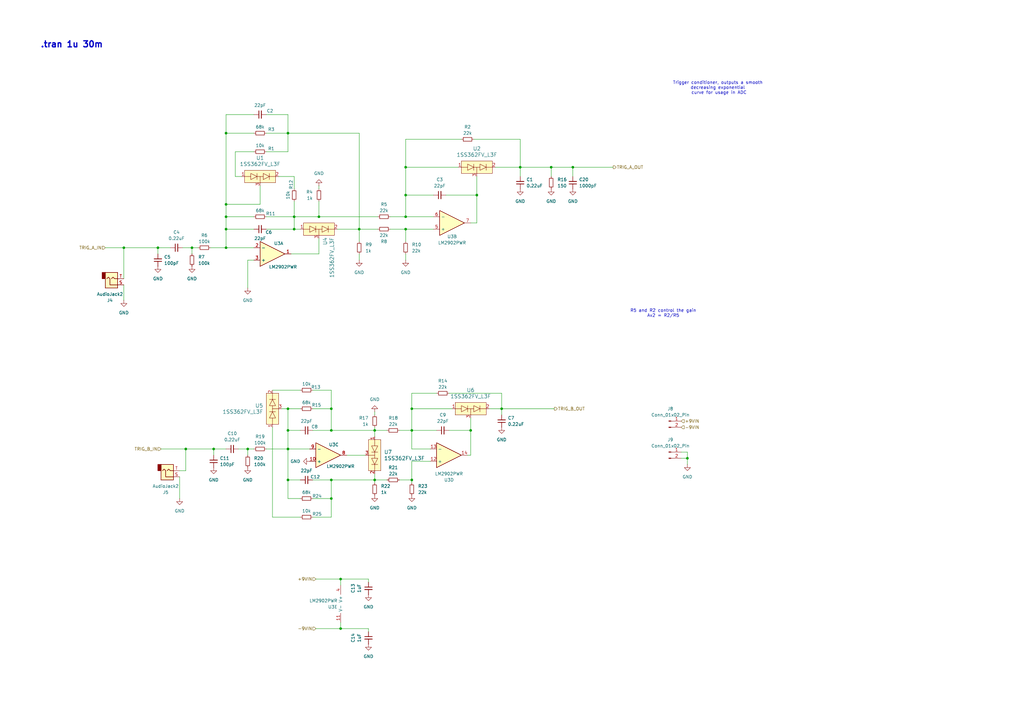
<source format=kicad_sch>
(kicad_sch (version 20250114) (generator "eeschema") (generator_version "9.0")
  (paper "A3")
  (lib_symbols
    (symbol "Connector:Conn_01x02_Pin" (pin_names (offset 1.016) (hide yes))
      (property "Reference" "J" (at 0 2.54 0))
      (property "Value" "Conn_01x02_Pin" (at 0 -5.08 0))
      (symbol "Conn_01x02_Pin_1_1"
        (rectangle (start 0.8636 0.127) (end 0 -0.127) (stroke (width 0.1524)) (fill (type outline)))
        (rectangle (start 0.8636 -2.413) (end 0 -2.667) (stroke (width 0.1524)) (fill (type outline)))
        (polyline (pts (xy 1.27 0) (xy 0.8636 0)) (stroke (width 0.1524)))
        (polyline (pts (xy 1.27 -2.54) (xy 0.8636 -2.54)) (stroke (width 0.1524)))
        (pin passive line (at 5.08 0 180) (length 3.81) (name "Pin_1") (number "1"))
        (pin passive line (at 5.08 -2.54 180) (length 3.81) (name "Pin_2") (number "2"))
      )
    )
    (symbol "Connector_Audio:AudioJack2"
      (property "Reference" "J" (at 0 8.89 0))
      (property "Value" "AudioJack2" (at 0 6.35 0))
      (symbol "AudioJack2_0_1"
        (rectangle (start -3.81 0) (end -2.54 -2.54) (stroke (width 0.254)) (fill (type outline)))
        (rectangle (start -2.54 3.81) (end 2.54 -2.54) (stroke (width 0.254)) (fill (type background)))
        (polyline (pts (xy 0 0) (xy 0.635 -0.635) (xy 1.27 0) (xy 2.54 0)) (stroke (width 0.254)))
        (polyline (pts (xy 2.54 2.54) (xy -0.635 2.54) (xy -0.635 0) (xy -1.27 -0.635) (xy -1.905 0)) (stroke (width 0.254)))
      )
      (symbol "AudioJack2_1_1"
        (pin passive line (at 5.08 2.54 180) (length 2.54) (name "~") (number "S"))
        (pin passive line (at 5.08 0 180) (length 2.54) (name "~") (number "T"))
      )
    )
    (symbol "DIODE_SET_1SS362FV:1SS362FV_L3F" (pin_names (offset 0.254))
      (property "Reference" "U" (at 2.032 4.064 0))
      (property "Value" "1SS362FV_L3F" (at 0 0 0))
      (symbol "1SS362FV_L3F_1_1"
        (rectangle (start -6.35 2.54) (end 6.35 -2.54) (fill (type background)))
        (polyline (pts (xy -3.81 0) (xy -6.35 0)))
        (polyline (pts (xy -1.27 1.27) (xy -1.27 -1.27)))
        (polyline (pts (xy -1.27 0) (xy 1.27 0)))
        (polyline (pts (xy -1.27 0) (xy -3.81 1.27) (xy -3.81 -1.27) (xy -1.27 0)))
        (polyline (pts (xy 0 0) (xy 0 2.54)))
        (polyline (pts (xy 3.81 1.27) (xy 3.81 -1.27)))
        (polyline (pts (xy 3.81 0) (xy 6.35 0)))
        (polyline (pts (xy 3.81 0) (xy 1.27 1.27) (xy 1.27 -1.27) (xy 3.81 0)))
        (pin input line (at -7.62 0 0) (length 1.27) (name "") (number "1"))
        (pin bidirectional line (at 0 3.81 270) (length 1.27) (name "") (number "3"))
        (pin output line (at 7.62 0 180) (length 1.27) (name "") (number "2"))
      )
    )
    (symbol "Device:C_Small" (pin_numbers (hide yes)) (pin_names (offset 0.254) (hide yes))
      (property "Reference" "C" (at 0.254 1.778 0))
      (property "Value" "C_Small" (at 0.254 -2.032 0))
      (symbol "C_Small_0_1"
        (polyline (pts (xy -1.524 0.508) (xy 1.524 0.508)) (stroke (width 0.3048)))
        (polyline (pts (xy -1.524 -0.508) (xy 1.524 -0.508)) (stroke (width 0.3302)))
      )
      (symbol "C_Small_1_1"
        (pin passive line (at 0 2.54 270) (length 2.032) (name "~") (number "1"))
        (pin passive line (at 0 -2.54 90) (length 2.032) (name "~") (number "2"))
      )
    )
    (symbol "Device:Opamp_Quad"
      (property "Reference" "U" (at 0 5.08 0))
      (property "Value" "Opamp_Quad" (at 0 -5.08 0))
      (symbol "Opamp_Quad_1_1"
        (polyline (pts (xy -5.08 5.08) (xy 5.08 0) (xy -5.08 -5.08) (xy -5.08 5.08)) (stroke (width 0.254)) (fill (type background)))
        (pin input line (at -7.62 2.54 0) (length 2.54) (name "+") (number "3"))
        (pin input line (at -7.62 -2.54 0) (length 2.54) (name "-") (number "2"))
        (pin output line (at 7.62 0 180) (length 2.54) (name "~") (number "1"))
      )
      (symbol "Opamp_Quad_2_1"
        (polyline (pts (xy -5.08 5.08) (xy 5.08 0) (xy -5.08 -5.08) (xy -5.08 5.08)) (stroke (width 0.254)) (fill (type background)))
        (pin input line (at -7.62 2.54 0) (length 2.54) (name "+") (number "5"))
        (pin input line (at -7.62 -2.54 0) (length 2.54) (name "-") (number "6"))
        (pin output line (at 7.62 0 180) (length 2.54) (name "~") (number "7"))
      )
      (symbol "Opamp_Quad_3_1"
        (polyline (pts (xy -5.08 5.08) (xy 5.08 0) (xy -5.08 -5.08) (xy -5.08 5.08)) (stroke (width 0.254)) (fill (type background)))
        (pin input line (at -7.62 2.54 0) (length 2.54) (name "+") (number "10"))
        (pin input line (at -7.62 -2.54 0) (length 2.54) (name "-") (number "9"))
        (pin output line (at 7.62 0 180) (length 2.54) (name "~") (number "8"))
      )
      (symbol "Opamp_Quad_4_1"
        (polyline (pts (xy -5.08 5.08) (xy 5.08 0) (xy -5.08 -5.08) (xy -5.08 5.08)) (stroke (width 0.254)) (fill (type background)))
        (pin input line (at -7.62 2.54 0) (length 2.54) (name "+") (number "12"))
        (pin input line (at -7.62 -2.54 0) (length 2.54) (name "-") (number "13"))
        (pin output line (at 7.62 0 180) (length 2.54) (name "~") (number "14"))
      )
      (symbol "Opamp_Quad_5_1"
        (pin power_in line (at -2.54 7.62 270) (length 3.81) (name "V+") (number "4"))
        (pin power_in line (at -2.54 -7.62 90) (length 3.81) (name "V-") (number "11"))
      )
    )
    (symbol "Device:R_Small" (pin_numbers (hide yes)) (pin_names (offset 0.254) (hide yes))
      (property "Reference" "R" (at 0.762 0.508 0))
      (property "Value" "R_Small" (at 0.762 -1.016 0))
      (symbol "R_Small_0_1"
        (rectangle (start -0.762 1.778) (end 0.762 -1.778) (stroke (width 0.2032)))
      )
      (symbol "R_Small_1_1"
        (pin passive line (at 0 2.54 270) (length 0.762) (name "~") (number "1"))
        (pin passive line (at 0 -2.54 90) (length 0.762) (name "~") (number "2"))
      )
    )
    (symbol "power:GND" (power) (pin_numbers (hide yes)) (pin_names (offset 0) (hide yes))
      (property "Value" "GND" (at 0 -3.81 0))
      (symbol "GND_0_1"
        (polyline (pts (xy 0 0) (xy 0 -1.27) (xy 1.27 -1.27) (xy 0 -2.54) (xy -1.27 -1.27) (xy 0 -1.27)))
      )
      (symbol "GND_1_1"
        (pin power_in line (at 0 0 270) (length 0) (name "~") (number "1"))
      )
    )
  )
  (text "R5 and R2 control the gain\nAv2 = R2/R5" (at 272.034 128.524 0) (effects (font (size 1.27 1.27))))
  (text "Trigger conditioner, outputs a smooth \ndecreasing exponential \ncurve for usage in ADC" (at 294.894 36.068 0) (effects (font (size 1.27 1.27))))
  (text ".tran 1u 30m" (at 16.51 19.812 0) (effects (font (size 2.5 2.5) (thickness 0.5) (bold yes)) (justify left bottom)))
  (junction (at 226.06 68.58))
  (junction (at 166.37 93.98))
  (junction (at 135.89 196.85))
  (junction (at 166.37 80.01))
  (junction (at 101.6 184.15))
  (junction (at 135.89 204.47))
  (junction (at 92.71 101.6))
  (junction (at 118.11 184.15))
  (junction (at 213.36 68.58))
  (junction (at 168.91 176.53))
  (junction (at 120.65 88.9))
  (junction (at 118.11 176.53))
  (junction (at 153.67 176.53))
  (junction (at 87.63 184.15))
  (junction (at 118.11 54.61))
  (junction (at 281.94 187.96))
  (junction (at 135.89 167.64))
  (junction (at 205.74 167.64))
  (junction (at 168.91 167.64))
  (junction (at 139.7 257.81))
  (junction (at 78.74 101.6))
  (junction (at 166.37 68.58))
  (junction (at 92.71 83.82))
  (junction (at 193.04 176.53))
  (junction (at 153.67 196.85))
  (junction (at 50.8 101.6))
  (junction (at 118.11 167.64))
  (junction (at 195.58 80.01))
  (junction (at 64.77 101.6))
  (junction (at 120.65 93.98))
  (junction (at 147.32 93.98))
  (junction (at 139.7 237.49))
  (junction (at 92.71 93.98))
  (junction (at 118.11 196.85))
  (junction (at 135.89 176.53))
  (junction (at 168.91 196.85))
  (junction (at 130.81 88.9))
  (junction (at 234.95 68.58))
  (junction (at 92.71 88.9))
  (junction (at 166.37 88.9))
  (junction (at 92.71 54.61))
  (junction (at 76.2 184.15))
  (wire (pts (xy 139.7 257.81) (xy 151.13 257.81)))
  (wire (pts (xy 50.8 101.6) (xy 50.8 114.3)))
  (wire (pts (xy 43.18 101.6) (xy 50.8 101.6)))
  (wire (pts (xy 166.37 106.68) (xy 166.37 104.14)))
  (wire (pts (xy 128.27 204.47) (xy 135.89 204.47)))
  (wire (pts (xy 189.23 57.15) (xy 166.37 57.15)))
  (wire (pts (xy 166.37 93.98) (xy 166.37 99.06)))
  (wire (pts (xy 118.11 204.47) (xy 123.19 204.47)))
  (wire (pts (xy 118.11 176.53) (xy 118.11 167.64)))
  (wire (pts (xy 151.13 259.08) (xy 151.13 257.81)))
  (wire (pts (xy 92.71 101.6) (xy 104.14 101.6)))
  (wire (pts (xy 92.71 46.99) (xy 92.71 54.61)))
  (wire (pts (xy 111.76 212.09) (xy 111.76 175.26)))
  (wire (pts (xy 153.67 196.85) (xy 158.75 196.85)))
  (wire (pts (xy 123.19 212.09) (xy 111.76 212.09)))
  (wire (pts (xy 168.91 161.29) (xy 168.91 167.64)))
  (wire (pts (xy 205.74 167.64) (xy 227.33 167.64)))
  (wire (pts (xy 138.43 93.98) (xy 147.32 93.98)))
  (wire (pts (xy 73.66 193.04) (xy 76.2 193.04)))
  (wire (pts (xy 135.89 196.85) (xy 128.27 196.85)))
  (wire (pts (xy 101.6 184.15) (xy 104.14 184.15)))
  (wire (pts (xy 153.67 175.26) (xy 153.67 176.53)))
  (wire (pts (xy 92.71 93.98) (xy 92.71 101.6)))
  (wire (pts (xy 153.67 194.31) (xy 153.67 196.85)))
  (wire (pts (xy 104.14 93.98) (xy 92.71 93.98)))
  (wire (pts (xy 151.13 237.49) (xy 151.13 238.76)))
  (wire (pts (xy 87.63 186.69) (xy 87.63 184.15)))
  (wire (pts (xy 193.04 186.69) (xy 191.77 186.69)))
  (wire (pts (xy 168.91 176.53) (xy 179.07 176.53)))
  (wire (pts (xy 128.27 160.02) (xy 135.89 160.02)))
  (wire (pts (xy 195.58 80.01) (xy 195.58 91.44)))
  (wire (pts (xy 104.14 62.23) (xy 96.52 62.23)))
  (wire (pts (xy 118.11 176.53) (xy 118.11 184.15)))
  (wire (pts (xy 104.14 88.9) (xy 92.71 88.9)))
  (wire (pts (xy 281.94 185.42) (xy 281.94 187.96)))
  (wire (pts (xy 106.68 83.82) (xy 92.71 83.82)))
  (wire (pts (xy 234.95 68.58) (xy 251.46 68.58)))
  (wire (pts (xy 168.91 176.53) (xy 168.91 184.15)))
  (wire (pts (xy 153.67 196.85) (xy 135.89 196.85)))
  (wire (pts (xy 279.4 187.96) (xy 281.94 187.96)))
  (wire (pts (xy 135.89 176.53) (xy 153.67 176.53)))
  (wire (pts (xy 129.54 237.49) (xy 139.7 237.49)))
  (wire (pts (xy 64.77 101.6) (xy 69.85 101.6)))
  (wire (pts (xy 118.11 54.61) (xy 147.32 54.61)))
  (wire (pts (xy 50.8 101.6) (xy 64.77 101.6)))
  (wire (pts (xy 109.22 184.15) (xy 118.11 184.15)))
  (wire (pts (xy 115.57 167.64) (xy 118.11 167.64)))
  (wire (pts (xy 109.22 62.23) (xy 118.11 62.23)))
  (wire (pts (xy 135.89 176.53) (xy 135.89 167.64)))
  (wire (pts (xy 147.32 106.68) (xy 147.32 104.14)))
  (wire (pts (xy 86.36 101.6) (xy 92.71 101.6)))
  (wire (pts (xy 120.65 93.98) (xy 123.19 93.98)))
  (wire (pts (xy 104.14 46.99) (xy 92.71 46.99)))
  (wire (pts (xy 226.06 68.58) (xy 226.06 72.39)))
  (wire (pts (xy 205.74 161.29) (xy 205.74 167.64)))
  (wire (pts (xy 118.11 62.23) (xy 118.11 54.61)))
  (wire (pts (xy 66.04 184.15) (xy 76.2 184.15)))
  (wire (pts (xy 130.81 82.55) (xy 130.81 88.9)))
  (wire (pts (xy 166.37 80.01) (xy 166.37 88.9)))
  (wire (pts (xy 195.58 72.39) (xy 195.58 80.01)))
  (wire (pts (xy 177.8 80.01) (xy 166.37 80.01)))
  (wire (pts (xy 87.63 184.15) (xy 92.71 184.15)))
  (wire (pts (xy 109.22 88.9) (xy 120.65 88.9)))
  (wire (pts (xy 92.71 83.82) (xy 92.71 88.9)))
  (wire (pts (xy 194.31 57.15) (xy 213.36 57.15)))
  (wire (pts (xy 130.81 88.9) (xy 154.94 88.9)))
  (wire (pts (xy 92.71 54.61) (xy 92.71 83.82)))
  (wire (pts (xy 101.6 184.15) (xy 101.6 186.69)))
  (wire (pts (xy 118.11 176.53) (xy 123.19 176.53)))
  (wire (pts (xy 50.8 116.84) (xy 50.8 123.19)))
  (wire (pts (xy 182.88 80.01) (xy 195.58 80.01)))
  (wire (pts (xy 118.11 54.61) (xy 118.11 46.99)))
  (wire (pts (xy 130.81 76.2) (xy 130.81 77.47)))
  (wire (pts (xy 104.14 54.61) (xy 92.71 54.61)))
  (wire (pts (xy 73.66 195.58) (xy 73.66 204.47)))
  (wire (pts (xy 135.89 204.47) (xy 135.89 196.85)))
  (wire (pts (xy 205.74 170.18) (xy 205.74 167.64)))
  (wire (pts (xy 234.95 68.58) (xy 234.95 72.39)))
  (wire (pts (xy 279.4 185.42) (xy 281.94 185.42)))
  (wire (pts (xy 187.96 68.58) (xy 166.37 68.58)))
  (wire (pts (xy 168.91 184.15) (xy 176.53 184.15)))
  (wire (pts (xy 160.02 88.9) (xy 166.37 88.9)))
  (wire (pts (xy 109.22 54.61) (xy 118.11 54.61)))
  (wire (pts (xy 120.65 72.39) (xy 120.65 77.47)))
  (wire (pts (xy 118.11 184.15) (xy 118.11 196.85)))
  (wire (pts (xy 153.67 176.53) (xy 158.75 176.53)))
  (wire (pts (xy 226.06 68.58) (xy 234.95 68.58)))
  (wire (pts (xy 193.04 171.45) (xy 193.04 176.53)))
  (wire (pts (xy 109.22 93.98) (xy 120.65 93.98)))
  (wire (pts (xy 153.67 198.12) (xy 153.67 196.85)))
  (wire (pts (xy 130.81 88.9) (xy 120.65 88.9)))
  (wire (pts (xy 92.71 88.9) (xy 92.71 93.98)))
  (wire (pts (xy 118.11 196.85) (xy 118.11 204.47)))
  (wire (pts (xy 160.02 93.98) (xy 166.37 93.98)))
  (wire (pts (xy 106.68 76.2) (xy 106.68 83.82)))
  (wire (pts (xy 184.15 176.53) (xy 193.04 176.53)))
  (wire (pts (xy 213.36 68.58) (xy 226.06 68.58)))
  (wire (pts (xy 147.32 54.61) (xy 147.32 93.98)))
  (wire (pts (xy 101.6 106.68) (xy 104.14 106.68)))
  (wire (pts (xy 179.07 161.29) (xy 168.91 161.29)))
  (wire (pts (xy 118.11 46.99) (xy 109.22 46.99)))
  (wire (pts (xy 78.74 101.6) (xy 78.74 104.14)))
  (wire (pts (xy 118.11 184.15) (xy 127 184.15)))
  (wire (pts (xy 193.04 176.53) (xy 193.04 186.69)))
  (wire (pts (xy 185.42 167.64) (xy 168.91 167.64)))
  (wire (pts (xy 76.2 184.15) (xy 87.63 184.15)))
  (wire (pts (xy 205.74 167.64) (xy 200.66 167.64)))
  (wire (pts (xy 96.52 72.39) (xy 99.06 72.39)))
  (wire (pts (xy 166.37 93.98) (xy 177.8 93.98)))
  (wire (pts (xy 166.37 88.9) (xy 177.8 88.9)))
  (wire (pts (xy 130.81 104.14) (xy 130.81 97.79)))
  (wire (pts (xy 97.79 184.15) (xy 101.6 184.15)))
  (wire (pts (xy 74.93 101.6) (xy 78.74 101.6)))
  (wire (pts (xy 147.32 93.98) (xy 154.94 93.98)))
  (wire (pts (xy 142.24 186.69) (xy 149.86 186.69)))
  (wire (pts (xy 118.11 196.85) (xy 123.19 196.85)))
  (wire (pts (xy 163.83 176.53) (xy 168.91 176.53)))
  (wire (pts (xy 166.37 57.15) (xy 166.37 68.58)))
  (wire (pts (xy 120.65 82.55) (xy 120.65 88.9)))
  (wire (pts (xy 213.36 68.58) (xy 213.36 72.39)))
  (wire (pts (xy 153.67 176.53) (xy 153.67 179.07)))
  (wire (pts (xy 64.77 101.6) (xy 64.77 104.14)))
  (wire (pts (xy 76.2 193.04) (xy 76.2 184.15)))
  (wire (pts (xy 203.2 68.58) (xy 213.36 68.58)))
  (wire (pts (xy 139.7 255.27) (xy 139.7 257.81)))
  (wire (pts (xy 101.6 118.11) (xy 101.6 106.68)))
  (wire (pts (xy 168.91 198.12) (xy 168.91 196.85)))
  (wire (pts (xy 168.91 189.23) (xy 176.53 189.23)))
  (wire (pts (xy 119.38 104.14) (xy 130.81 104.14)))
  (wire (pts (xy 96.52 62.23) (xy 96.52 72.39)))
  (wire (pts (xy 139.7 237.49) (xy 151.13 237.49)))
  (wire (pts (xy 114.3 72.39) (xy 120.65 72.39)))
  (wire (pts (xy 281.94 187.96) (xy 281.94 190.5)))
  (wire (pts (xy 166.37 68.58) (xy 166.37 80.01)))
  (wire (pts (xy 128.27 212.09) (xy 135.89 212.09)))
  (wire (pts (xy 184.15 161.29) (xy 205.74 161.29)))
  (wire (pts (xy 135.89 160.02) (xy 135.89 167.64)))
  (wire (pts (xy 118.11 167.64) (xy 123.19 167.64)))
  (wire (pts (xy 129.54 257.81) (xy 139.7 257.81)))
  (wire (pts (xy 135.89 167.64) (xy 128.27 167.64)))
  (wire (pts (xy 147.32 93.98) (xy 147.32 99.06)))
  (wire (pts (xy 135.89 212.09) (xy 135.89 204.47)))
  (wire (pts (xy 139.7 237.49) (xy 139.7 240.03)))
  (wire (pts (xy 193.04 91.44) (xy 195.58 91.44)))
  (wire (pts (xy 168.91 167.64) (xy 168.91 176.53)))
  (wire (pts (xy 120.65 88.9) (xy 120.65 93.98)))
  (wire (pts (xy 213.36 57.15) (xy 213.36 68.58)))
  (wire (pts (xy 153.67 170.18) (xy 153.67 168.91)))
  (wire (pts (xy 111.76 160.02) (xy 123.19 160.02)))
  (wire (pts (xy 168.91 196.85) (xy 168.91 189.23)))
  (wire (pts (xy 78.74 101.6) (xy 81.28 101.6)))
  (wire (pts (xy 163.83 196.85) (xy 168.91 196.85)))
  (wire (pts (xy 128.27 176.53) (xy 135.89 176.53)))
  (hierarchical_label "TRIG_B_OUT" (shape output) (at 227.33 167.64 0))
  (hierarchical_label "TRIG_A_IN" (shape input) (at 43.18 101.6 180))
  (hierarchical_label "+9VIN" (shape input) (at 129.54 237.49 180))
  (hierarchical_label "+9VIN" (shape input) (at 279.4 172.72 0))
  (hierarchical_label "TRIG_A_OUT" (shape output) (at 251.46 68.58 0))
  (hierarchical_label "-9VIN" (shape input) (at 279.4 175.26 0))
  (hierarchical_label "TRIG_B_IN" (shape input) (at 66.04 184.15 180))
  (hierarchical_label "-9VIN" (shape input) (at 129.54 257.81 180))
  (symbol (lib_id "power:GND") (at 147.32 106.68 0) (unit 1)
    (property "Reference" "#PWR020" (effects (hide yes)))
    (property "Value" "GND" (at 147.32 111.76 0))
    (property "Description" "Power symbol creates a global label with name \"GND\" , ground" (effects (hide yes)))
  )
  (symbol (lib_id "Device:R_Small") (at 106.68 88.9 270) (unit 1)
    (property "Reference" "R11" (at 110.998 87.63 90))
    (property "Value" "68k" (at 106.68 86.36 90))
    (property "Footprint" "Resistor_SMD:R_0402_1005Metric" (effects (hide yes)))
    (property "Description" "Resistor, small symbol" (effects (hide yes)))
    (property "Board" "Trigger Board" (effects (hide yes)))
  )
  (symbol (lib_id "power:GND") (at 101.6 191.77 0) (unit 1)
    (property "Reference" "#PWR027" (effects (hide yes)))
    (property "Value" "GND" (at 101.6 196.85 0))
    (property "Description" "Power symbol creates a global label with name \"GND\" , ground" (effects (hide yes)))
  )
  (symbol (lib_id "Device:R_Small") (at 130.81 80.01 0) (mirror y) (unit 1)
    (property "Reference" "R4" (at 128.27 78.7399 0) (effects (justify left)))
    (property "Value" "1k" (at 128.27 81.2799 0) (effects (justify left)))
    (property "Footprint" "Resistor_SMD:R_0402_1005Metric" (effects (hide yes)))
    (property "Description" "Resistor, small symbol" (effects (hide yes)))
    (property "Board" "Trigger Board" (effects (hide yes)))
  )
  (symbol (lib_id "DIODE_SET_1SS362FV:1SS362FV_L3F") (at 106.68 72.39 0) (mirror x) (unit 1)
    (property "Reference" "U1" (at 106.68 64.77 0) (effects (font (size 1.524 1.524))))
    (property "Value" "1SS362FV_L3F" (at 106.68 67.31 0) (effects (font (size 1.524 1.524))))
    (property "Footprint" "mod:DIODE_1SS362FV" (effects (hide yes)))
    (property "Datasheet" "1SS362FV_L3F" (effects (hide yes)))
    (property "Sim.Library" "SPICE_Models\\1SS362FV.lib" (effects (hide yes)))
    (property "Sim.Name" "1SS362FV" (effects (hide yes)))
    (property "Sim.Device" "SUBCKT" (effects (hide yes)))
    (property "Sim.Pins" "1=1 2=2 3=3" (effects (hide yes)))
    (property "Board" "Trigger Board" (effects (hide yes)))
    (property "MANUFACTURER" "Toshiba Semiconductor" (effects (hide yes)))
  )
  (symbol (lib_id "power:GND") (at 153.67 203.2 0) (unit 1)
    (property "Reference" "#PWR028" (effects (hide yes)))
    (property "Value" "GND" (at 153.67 208.28 0))
    (property "Description" "Power symbol creates a global label with name \"GND\" , ground" (effects (hide yes)))
  )
  (symbol (lib_id "power:GND") (at 78.74 109.22 0) (unit 1)
    (property "Reference" "#PWR019" (effects (hide yes)))
    (property "Value" "GND" (at 78.74 114.3 0))
    (property "Description" "Power symbol creates a global label with name \"GND\" , ground" (effects (hide yes)))
  )
  (symbol (lib_id "Device:C_Small") (at 151.13 241.3 0) (mirror y) (unit 1)
    (property "Reference" "C13" (at 144.78 241.3063 90))
    (property "Value" "1uF" (at 147.32 241.3063 90))
    (property "Footprint" "Capacitor_SMD:C_0603_1608Metric" (effects (hide yes)))
    (property "Description" "Unpolarized capacitor, small symbol" (effects (hide yes)))
    (property "Board" "Trigger Board" (effects (hide yes)))
  )
  (symbol (lib_id "Device:R_Small") (at 106.68 54.61 270) (unit 1)
    (property "Reference" "R3" (at 111.252 53.086 90))
    (property "Value" "68k" (at 106.68 52.07 90))
    (property "Footprint" "Resistor_SMD:R_0402_1005Metric" (effects (hide yes)))
    (property "Description" "Resistor, small symbol" (effects (hide yes)))
    (property "Board" "Trigger Board" (effects (hide yes)))
  )
  (symbol (lib_id "DIODE_SET_1SS362FV:1SS362FV_L3F") (at 153.67 186.69 90) (mirror x) (unit 1)
    (property "Reference" "U7" (at 157.48 185.4199 90) (effects (font (size 1.524 1.524)) (justify right)))
    (property "Value" "1SS362FV_L3F" (at 157.48 187.9599 90) (effects (font (size 1.524 1.524)) (justify right)))
    (property "Footprint" "mod:DIODE_1SS362FV" (effects (hide yes)))
    (property "Datasheet" "1SS362FV_L3F" (effects (hide yes)))
    (property "Sim.Library" "SPICE_Models\\1SS362FV.lib" (effects (hide yes)))
    (property "Sim.Name" "1SS362FV" (effects (hide yes)))
    (property "Sim.Device" "SUBCKT" (effects (hide yes)))
    (property "Sim.Pins" "1=1 2=2 3=3" (effects (hide yes)))
    (property "Board" "Trigger Board" (effects (hide yes)))
    (property "MANUFACTURER" "Toshiba Semiconductor" (effects (hide yes)))
  )
  (symbol (lib_id "Device:R_Small") (at 168.91 200.66 180) (unit 1)
    (property "Reference" "R23" (at 171.45 199.3899 0) (effects (justify right)))
    (property "Value" "22k" (at 171.45 201.9299 0) (effects (justify right)))
    (property "Footprint" "Resistor_SMD:R_0402_1005Metric" (effects (hide yes)))
    (property "Description" "Resistor, small symbol" (effects (hide yes)))
    (property "Board" "Trigger Board" (effects (hide yes)))
  )
  (symbol (lib_id "Connector_Audio:AudioJack2") (at 68.58 193.04 0) (mirror x) (unit 1)
    (property "Reference" "J5" (at 67.945 201.93 0))
    (property "Value" "AudioJack2" (at 67.945 199.39 0))
    (property "Footprint" "Connector_Audio:Jack_6.35mm_Neutrik_NMJ4HFD2_Horizontal" (effects (hide yes)))
    (property "Description" "Audio Jack, 2 Poles (Mono / TS)" (effects (hide yes)))
    (property "Sim.Library" "SPICE_Models\\piezo_auto_model.sub" (effects (hide yes)))
    (property "Sim.Name" "CUSTOM_PIEZO" (effects (hide yes)))
    (property "Sim.Device" "SUBCKT" (effects (hide yes)))
    (property "Sim.Pins" "S=gnd T=out" (effects (hide yes)))
  )
  (symbol (lib_id "power:GND") (at 101.6 118.11 0) (unit 1)
    (property "Reference" "#PWR017" (effects (hide yes)))
    (property "Value" "GND" (at 101.6 123.19 0))
    (property "Description" "Power symbol creates a global label with name \"GND\" , ground" (effects (hide yes)))
  )
  (symbol (lib_id "Connector:Conn_01x02_Pin") (at 274.32 172.72 0) (unit 1)
    (property "Reference" "J8" (at 274.955 167.64 0))
    (property "Value" "Conn_01x02_Pin" (at 274.955 170.18 0))
    (property "Footprint" "Connector_JST:JST_PH_B2B-PH-K_1x02_P2.00mm_Vertical" (effects (hide yes)))
    (property "Description" "Generic connector, single row, 01x02, script generated" (effects (hide yes)))
  )
  (symbol (lib_id "Device:R_Small") (at 166.37 101.6 180) (unit 1)
    (property "Reference" "R10" (at 168.91 100.3299 0) (effects (justify right)))
    (property "Value" "22k" (at 168.91 102.8699 0) (effects (justify right)))
    (property "Footprint" "Resistor_SMD:R_0402_1005Metric" (effects (hide yes)))
    (property "Description" "Resistor, small symbol" (effects (hide yes)))
    (property "Board" "Trigger Board" (effects (hide yes)))
  )
  (symbol (lib_id "Device:R_Small") (at 157.48 88.9 90) (unit 1)
    (property "Reference" "R5" (at 157.48 83.82 90))
    (property "Value" "22k" (at 157.48 86.36 90))
    (property "Footprint" "Resistor_SMD:R_0402_1005Metric" (effects (hide yes)))
    (property "Description" "Resistor, small symbol" (effects (hide yes)))
    (property "Board" "Trigger Board" (effects (hide yes)))
  )
  (symbol (lib_id "power:GND") (at 130.81 76.2 180) (unit 1)
    (property "Reference" "#PWR015" (effects (hide yes)))
    (property "Value" "GND" (at 130.81 71.12 0))
    (property "Description" "Power symbol creates a global label with name \"GND\" , ground" (effects (hide yes)))
  )
  (symbol (lib_id "Device:R_Small") (at 181.61 161.29 90) (unit 1)
    (property "Reference" "R14" (at 181.61 156.21 90))
    (property "Value" "22k" (at 181.61 158.75 90))
    (property "Footprint" "Resistor_SMD:R_0402_1005Metric" (effects (hide yes)))
    (property "Description" "Resistor, small symbol" (effects (hide yes)))
    (property "Board" "Trigger Board" (effects (hide yes)))
  )
  (symbol (lib_id "Device:C_Small") (at 181.61 176.53 90) (unit 1)
    (property "Reference" "C9" (at 181.6163 170.18 90))
    (property "Value" "22pF" (at 181.6163 172.72 90))
    (property "Footprint" "Capacitor_SMD:C_0402_1005Metric" (effects (hide yes)))
    (property "Description" "Unpolarized capacitor, small symbol" (effects (hide yes)))
    (property "Board" "Trigger Board" (effects (hide yes)))
  )
  (symbol (lib_id "Device:C_Small") (at 125.73 176.53 90) (unit 1)
    (property "Reference" "C8" (at 129.032 175.006 90))
    (property "Value" "22pF" (at 125.7363 172.72 90))
    (property "Footprint" "Capacitor_SMD:C_0402_1005Metric" (effects (hide yes)))
    (property "Description" "Unpolarized capacitor, small symbol" (effects (hide yes)))
    (property "Board" "Trigger Board" (effects (hide yes)))
  )
  (symbol (lib_id "power:GND") (at 281.94 190.5 0) (unit 1)
    (property "Reference" "#PWR069" (effects (hide yes)))
    (property "Value" "GND" (at 281.94 195.58 0))
    (property "Description" "Power symbol creates a global label with name \"GND\" , ground" (effects (hide yes)))
  )
  (symbol (lib_id "DIODE_SET_1SS362FV:1SS362FV_L3F") (at 130.81 93.98 0) (mirror x) (unit 1)
    (property "Reference" "U4" (at 133.35 100.584 90) (effects (font (size 1.524 1.524)) (justify right)))
    (property "Value" "1SS362FV_L3F" (at 136.144 114.046 90) (effects (font (size 1.524 1.524)) (justify right)))
    (property "Footprint" "mod:DIODE_1SS362FV" (effects (hide yes)))
    (property "Datasheet" "1SS362FV_L3F" (effects (hide yes)))
    (property "Sim.Library" "SPICE_Models\\1SS362FV.lib" (effects (hide yes)))
    (property "Sim.Name" "1SS362FV" (effects (hide yes)))
    (property "Sim.Device" "SUBCKT" (effects (hide yes)))
    (property "Sim.Pins" "1=1 2=2 3=3" (effects (hide yes)))
    (property "Board" "Trigger Board" (effects (hide yes)))
    (property "MANUFACTURER" "Toshiba Semiconductor" (effects (hide yes)))
  )
  (symbol (lib_id "Device:C_Small") (at 213.36 74.93 180) (unit 1)
    (property "Reference" "C1" (at 215.9 73.6535 0) (effects (justify right)))
    (property "Value" "0.22uF" (at 215.9 76.1935 0) (effects (justify right)))
    (property "Footprint" "Capacitor_SMD:C_0603_1608Metric" (effects (hide yes)))
    (property "Description" "Unpolarized capacitor, small symbol" (effects (hide yes)))
    (property "Board" "Trigger Board" (effects (hide yes)))
  )
  (symbol (lib_id "power:GND") (at 153.67 168.91 180) (unit 1)
    (property "Reference" "#PWR023" (effects (hide yes)))
    (property "Value" "GND" (at 153.67 163.83 0))
    (property "Description" "Power symbol creates a global label with name \"GND\" , ground" (effects (hide yes)))
  )
  (symbol (lib_id "power:GND") (at 64.77 109.22 0) (unit 1)
    (property "Reference" "#PWR018" (effects (hide yes)))
    (property "Value" "GND" (at 64.77 114.3 0))
    (property "Description" "Power symbol creates a global label with name \"GND\" , ground" (effects (hide yes)))
  )
  (symbol (lib_id "Device:C_Small") (at 205.74 172.72 180) (unit 1)
    (property "Reference" "C7" (at 208.28 171.4435 0) (effects (justify right)))
    (property "Value" "0.22uF" (at 208.28 173.9835 0) (effects (justify right)))
    (property "Footprint" "Capacitor_SMD:C_0603_1608Metric" (effects (hide yes)))
    (property "Description" "Unpolarized capacitor, small symbol" (effects (hide yes)))
    (property "Board" "Trigger Board" (effects (hide yes)))
  )
  (symbol (lib_id "Device:Opamp_Quad") (at 184.15 186.69 0) (mirror x) (unit 4)
    (property "Reference" "U3" (at 184.15 196.85 0))
    (property "Value" "LM2902PWR" (at 184.15 194.31 0))
    (property "Footprint" "Package_SO:SOIC-14_3.9x8.7mm_P1.27mm" (effects (hide yes)))
    (property "Description" "Quad operational amplifier" (effects (hide yes)))
    (property "Sim.Library" "SPICE_Models\\QUAD_LM2902PWR.lib" (effects (hide yes)))
    (property "Sim.Name" "QUAD_LM2902PWR" (effects (hide yes)))
    (property "Sim.Device" "SUBCKT" (effects (hide yes)))
    (property "Sim.Pins" "1=OUT1 2=-IN1 3=+IN1 4=VCC 5=+IN2 6=-IN2 7=OUT2 8=OUT3 9=-IN3 10=+IN3 11=VEE 12=+IN4 13=-IN4 14=OUT4" (effects (hide yes)))
    (property "Board" "Trigger Board" (effects (hide yes)))
    (property "MANUFACTURER" "Texas Instruments" (effects (hide yes)))
  )
  (symbol (lib_id "Device:R_Small") (at 157.48 93.98 90) (mirror x) (unit 1)
    (property "Reference" "R8" (at 157.48 99.06 90))
    (property "Value" "22k" (at 157.48 96.52 90))
    (property "Footprint" "Resistor_SMD:R_0402_1005Metric" (effects (hide yes)))
    (property "Description" "Resistor, small symbol" (effects (hide yes)))
    (property "Board" "Trigger Board" (effects (hide yes)))
  )
  (symbol (lib_id "Device:Opamp_Quad") (at 134.62 186.69 0) (mirror x) (unit 3)
    (property "Reference" "U3" (at 136.906 182.372 0))
    (property "Value" "LM2902PWR" (at 139.7 191.262 0))
    (property "Footprint" "Package_SO:SOIC-14_3.9x8.7mm_P1.27mm" (effects (hide yes)))
    (property "Description" "Quad operational amplifier" (effects (hide yes)))
    (property "Sim.Library" "SPICE_Models\\QUAD_LM2902PWR.lib" (effects (hide yes)))
    (property "Sim.Name" "QUAD_LM2902PWR" (effects (hide yes)))
    (property "Sim.Device" "SUBCKT" (effects (hide yes)))
    (property "Sim.Pins" "1=OUT1 2=-IN1 3=+IN1 4=VCC 5=+IN2 6=-IN2 7=OUT2 8=OUT3 9=-IN3 10=+IN3 11=VEE 12=+IN4 13=-IN4 14=OUT4" (effects (hide yes)))
    (property "Board" "Trigger Board" (effects (hide yes)))
    (property "MANUFACTURER" "Texas Instruments" (effects (hide yes)))
  )
  (symbol (lib_id "Device:Opamp_Quad") (at 111.76 104.14 0) (mirror x) (unit 1)
    (property "Reference" "U3" (at 114.3 99.822 0))
    (property "Value" "LM2902PWR" (at 116.078 109.474 0))
    (property "Footprint" "Package_SO:SOIC-14_3.9x8.7mm_P1.27mm" (effects (hide yes)))
    (property "Description" "Quad operational amplifier" (effects (hide yes)))
    (property "Sim.Library" "SPICE_Models\\QUAD_LM2902PWR.lib" (effects (hide yes)))
    (property "Sim.Name" "QUAD_LM2902PWR" (effects (hide yes)))
    (property "Sim.Device" "SUBCKT" (effects (hide yes)))
    (property "Sim.Pins" "1=OUT1 2=-IN1 3=+IN1 4=VCC 5=+IN2 6=-IN2 7=OUT2 8=OUT3 9=-IN3 10=+IN3 11=VEE 12=+IN4 13=-IN4 14=OUT4" (effects (hide yes)))
    (property "Board" "Trigger Board" (effects (hide yes)))
    (property "MANUFACTURER" "Texas Instruments" (effects (hide yes)))
  )
  (symbol (lib_id "Device:Opamp_Quad") (at 185.42 91.44 0) (mirror x) (unit 2)
    (property "Reference" "U3" (at 185.42 97.028 0))
    (property "Value" "LM2902PWR" (at 185.42 99.568 0))
    (property "Footprint" "Package_SO:SOIC-14_3.9x8.7mm_P1.27mm" (effects (hide yes)))
    (property "Description" "Quad operational amplifier" (effects (hide yes)))
    (property "Sim.Library" "SPICE_Models\\QUAD_LM2902PWR.lib" (effects (hide yes)))
    (property "Sim.Name" "QUAD_LM2902PWR" (effects (hide yes)))
    (property "Sim.Device" "SUBCKT" (effects (hide yes)))
    (property "Sim.Pins" "1=OUT1 2=-IN1 3=+IN1 4=VCC 5=+IN2 6=-IN2 7=OUT2 8=OUT3 9=-IN3 10=+IN3 11=VEE 12=+IN4 13=-IN4 14=OUT4" (effects (hide yes)))
    (property "Board" "Trigger Board" (effects (hide yes)))
    (property "MANUFACTURER" "Texas Instruments" (effects (hide yes)))
  )
  (symbol (lib_id "Connector:Conn_01x02_Pin") (at 274.32 185.42 0) (unit 1)
    (property "Reference" "J9" (at 274.955 180.34 0))
    (property "Value" "Conn_01x02_Pin" (at 274.955 182.88 0))
    (property "Footprint" "Connector_JST:JST_PH_B2B-PH-K_1x02_P2.00mm_Vertical" (effects (hide yes)))
    (property "Description" "Generic connector, single row, 01x02, script generated" (effects (hide yes)))
  )
  (symbol (lib_id "Device:R_Small") (at 147.32 101.6 0) (unit 1)
    (property "Reference" "R9" (at 149.86 100.3299 0) (effects (justify left)))
    (property "Value" "1k" (at 149.86 102.8699 0) (effects (justify left)))
    (property "Footprint" "Resistor_SMD:R_0402_1005Metric" (effects (hide yes)))
    (property "Description" "Resistor, small symbol" (effects (hide yes)))
    (property "Board" "Trigger Board" (effects (hide yes)))
  )
  (symbol (lib_id "power:GND") (at 151.13 243.84 0) (unit 1)
    (property "Reference" "#PWR031" (effects (hide yes)))
    (property "Value" "GND" (at 151.13 248.92 0))
    (property "Description" "Power symbol creates a global label with name \"GND\" , ground" (effects (hide yes)))
  )
  (symbol (lib_id "Device:R_Small") (at 101.6 189.23 180) (unit 1)
    (property "Reference" "R20" (at 104.14 187.9599 0) (effects (justify right)))
    (property "Value" "100k" (at 104.14 190.4999 0) (effects (justify right)))
    (property "Footprint" "Resistor_SMD:R_0603_1608Metric" (effects (hide yes)))
    (property "Description" "Resistor, small symbol" (effects (hide yes)))
    (property "Board" "Trigger Board" (effects (hide yes)))
  )
  (symbol (lib_id "Device:Opamp_Quad") (at 142.24 247.65 0) (unit 5)
    (property "Reference" "U3" (at 138.43 248.9201 0) (effects (justify right)))
    (property "Value" "LM2902PWR" (at 138.43 246.3801 0) (effects (justify right)))
    (property "Footprint" "Package_SO:SOIC-14_3.9x8.7mm_P1.27mm" (effects (hide yes)))
    (property "Description" "Quad operational amplifier" (effects (hide yes)))
    (property "Sim.Library" "SPICE_Models\\QUAD_LM2902PWR.lib" (effects (hide yes)))
    (property "Sim.Name" "QUAD_LM2902PWR" (effects (hide yes)))
    (property "Sim.Device" "SUBCKT" (effects (hide yes)))
    (property "Sim.Pins" "1=OUT1 2=-IN1 3=+IN1 4=VCC 5=+IN2 6=-IN2 7=OUT2 8=OUT3 9=-IN3 10=+IN3 11=VEE 12=+IN4 13=-IN4 14=OUT4" (effects (hide yes)))
    (property "Board" "Trigger Board" (effects (hide yes)))
    (property "MANUFACTURER" "Texas Instruments" (effects (hide yes)))
  )
  (symbol (lib_id "power:GND") (at 205.74 175.26 0) (unit 1)
    (property "Reference" "#PWR024" (effects (hide yes)))
    (property "Value" "GND" (at 205.74 180.34 0))
    (property "Description" "Power symbol creates a global label with name \"GND\" , ground" (effects (hide yes)))
  )
  (symbol (lib_id "Device:C_Small") (at 125.73 196.85 90) (unit 1)
    (property "Reference" "C12" (at 129.286 195.58 90))
    (property "Value" "22pF" (at 125.7363 193.04 90))
    (property "Footprint" "Capacitor_SMD:C_0402_1005Metric" (effects (hide yes)))
    (property "Description" "Unpolarized capacitor, small symbol" (effects (hide yes)))
    (property "Board" "Trigger Board" (effects (hide yes)))
  )
  (symbol (lib_id "power:GND") (at 168.91 203.2 0) (unit 1)
    (property "Reference" "#PWR029" (effects (hide yes)))
    (property "Value" "GND" (at 168.91 208.28 0))
    (property "Description" "Power symbol creates a global label with name \"GND\" , ground" (effects (hide yes)))
  )
  (symbol (lib_id "Device:C_Small") (at 106.68 46.99 90) (unit 1)
    (property "Reference" "C2" (at 110.744 45.466 90))
    (property "Value" "22pF" (at 106.6863 43.18 90))
    (property "Footprint" "Capacitor_SMD:C_0402_1005Metric" (effects (hide yes)))
    (property "Description" "Unpolarized capacitor, small symbol" (effects (hide yes)))
    (property "Board" "Trigger Board" (effects (hide yes)))
  )
  (symbol (lib_id "Device:R_Small") (at 226.06 74.93 180) (unit 1)
    (property "Reference" "R16" (at 228.6 73.6599 0) (effects (justify right)))
    (property "Value" "150" (at 228.6 76.1999 0) (effects (justify right)))
    (property "Footprint" "Resistor_SMD:R_0402_1005Metric" (effects (hide yes)))
    (property "Description" "Resistor, small symbol" (effects (hide yes)))
    (property "Board" "Trigger Board" (effects (hide yes)))
  )
  (symbol (lib_id "Device:R_Small") (at 125.73 167.64 270) (unit 1)
    (property "Reference" "R15" (at 129.794 166.116 90))
    (property "Value" "68k" (at 125.73 165.1 90))
    (property "Footprint" "Resistor_SMD:R_0402_1005Metric" (effects (hide yes)))
    (property "Description" "Resistor, small symbol" (effects (hide yes)))
    (property "Board" "Trigger Board" (effects (hide yes)))
  )
  (symbol (lib_id "power:GND") (at 151.13 264.16 0) (unit 1)
    (property "Reference" "#PWR032" (effects (hide yes)))
    (property "Value" "GND" (at 151.13 269.24 0))
    (property "Description" "Power symbol creates a global label with name \"GND\" , ground" (effects (hide yes)))
  )
  (symbol (lib_id "Device:C_Small") (at 180.34 80.01 90) (unit 1)
    (property "Reference" "C3" (at 180.3463 73.66 90))
    (property "Value" "22pF" (at 180.3463 76.2 90))
    (property "Footprint" "Capacitor_SMD:C_0402_1005Metric" (effects (hide yes)))
    (property "Description" "Unpolarized capacitor, small symbol" (effects (hide yes)))
    (property "Board" "Trigger Board" (effects (hide yes)))
  )
  (symbol (lib_id "power:GND") (at 127 189.23 270) (unit 1)
    (property "Reference" "#PWR025" (effects (hide yes)))
    (property "Value" "GND" (at 123.19 189.2299 90) (effects (justify right)))
    (property "Description" "Power symbol creates a global label with name \"GND\" , ground" (effects (hide yes)))
  )
  (symbol (lib_id "Device:R_Small") (at 191.77 57.15 90) (unit 1)
    (property "Reference" "R2" (at 191.77 52.07 90))
    (property "Value" "22k" (at 191.77 54.61 90))
    (property "Footprint" "Resistor_SMD:R_0402_1005Metric" (effects (hide yes)))
    (property "Description" "Resistor, small symbol" (effects (hide yes)))
    (property "Board" "Trigger Board" (effects (hide yes)))
  )
  (symbol (lib_id "power:GND") (at 213.36 77.47 0) (unit 1)
    (property "Reference" "#PWR016" (effects (hide yes)))
    (property "Value" "GND" (at 213.36 82.55 0))
    (property "Description" "Power symbol creates a global label with name \"GND\" , ground" (effects (hide yes)))
  )
  (symbol (lib_id "DIODE_SET_1SS362FV:1SS362FV_L3F") (at 111.76 167.64 270) (mirror x) (unit 1)
    (property "Reference" "U5" (at 107.95 166.3699 90) (effects (font (size 1.524 1.524)) (justify right)))
    (property "Value" "1SS362FV_L3F" (at 107.95 168.9099 90) (effects (font (size 1.524 1.524)) (justify right)))
    (property "Footprint" "mod:DIODE_1SS362FV" (effects (hide yes)))
    (property "Datasheet" "1SS362FV_L3F" (effects (hide yes)))
    (property "Sim.Library" "SPICE_Models\\1SS362FV.lib" (effects (hide yes)))
    (property "Sim.Name" "1SS362FV" (effects (hide yes)))
    (property "Sim.Device" "SUBCKT" (effects (hide yes)))
    (property "Sim.Pins" "1=1 2=2 3=3" (effects (hide yes)))
    (property "Board" "Trigger Board" (effects (hide yes)))
    (property "MANUFACTURER" "Toshiba Semiconductor" (effects (hide yes)))
  )
  (symbol (lib_id "Device:C_Small") (at 64.77 106.68 180) (unit 1)
    (property "Reference" "C5" (at 67.31 105.4035 0) (effects (justify right)))
    (property "Value" "100pF" (at 67.31 107.9435 0) (effects (justify right)))
    (property "Footprint" "Capacitor_SMD:C_0603_1608Metric" (effects (hide yes)))
    (property "Description" "Unpolarized capacitor, small symbol" (effects (hide yes)))
    (property "Board" "Trigger Board" (effects (hide yes)))
  )
  (symbol (lib_id "power:GND") (at 234.95 77.47 0) (unit 1)
    (property "Reference" "#PWR046" (effects (hide yes)))
    (property "Value" "GND" (at 234.95 82.55 0))
    (property "Description" "Power symbol creates a global label with name \"GND\" , ground" (effects (hide yes)))
  )
  (symbol (lib_id "power:GND") (at 87.63 191.77 0) (unit 1)
    (property "Reference" "#PWR026" (effects (hide yes)))
    (property "Value" "GND" (at 87.63 196.85 0))
    (property "Description" "Power symbol creates a global label with name \"GND\" , ground" (effects (hide yes)))
  )
  (symbol (lib_id "Device:R_Small") (at 125.73 212.09 270) (unit 1)
    (property "Reference" "R25" (at 130.048 210.82 90))
    (property "Value" "10k" (at 125.73 209.55 90))
    (property "Footprint" "Resistor_SMD:R_0402_1005Metric" (effects (hide yes)))
    (property "Description" "Resistor, small symbol" (effects (hide yes)))
    (property "Board" "Trigger Board" (effects (hide yes)))
  )
  (symbol (lib_id "Device:R_Small") (at 120.65 80.01 0) (unit 1)
    (property "Reference" "R12" (at 119.38 75.692 90))
    (property "Value" "10k" (at 118.11 80.01 90))
    (property "Footprint" "Resistor_SMD:R_0402_1005Metric" (effects (hide yes)))
    (property "Description" "Resistor, small symbol" (effects (hide yes)))
    (property "Board" "Trigger Board" (effects (hide yes)))
  )
  (symbol (lib_id "Device:R_Small") (at 161.29 176.53 90) (unit 1)
    (property "Reference" "R18" (at 161.29 171.45 90))
    (property "Value" "22k" (at 161.29 173.99 90))
    (property "Footprint" "Resistor_SMD:R_0402_1005Metric" (effects (hide yes)))
    (property "Description" "Resistor, small symbol" (effects (hide yes)))
    (property "Board" "Trigger Board" (effects (hide yes)))
  )
  (symbol (lib_id "Device:C_Small") (at 151.13 261.62 0) (mirror y) (unit 1)
    (property "Reference" "C14" (at 144.78 261.6263 90))
    (property "Value" "1uF" (at 147.32 261.6263 90))
    (property "Footprint" "Capacitor_SMD:C_0603_1608Metric" (effects (hide yes)))
    (property "Description" "Unpolarized capacitor, small symbol" (effects (hide yes)))
    (property "Board" "Trigger Board" (effects (hide yes)))
  )
  (symbol (lib_id "power:GND") (at 166.37 106.68 0) (unit 1)
    (property "Reference" "#PWR021" (effects (hide yes)))
    (property "Value" "GND" (at 166.37 111.76 0))
    (property "Description" "Power symbol creates a global label with name \"GND\" , ground" (effects (hide yes)))
  )
  (symbol (lib_id "Device:R_Small") (at 153.67 172.72 0) (mirror y) (unit 1)
    (property "Reference" "R17" (at 151.13 171.4499 0) (effects (justify left)))
    (property "Value" "1k" (at 151.13 173.9899 0) (effects (justify left)))
    (property "Footprint" "Resistor_SMD:R_0402_1005Metric" (effects (hide yes)))
    (property "Description" "Resistor, small symbol" (effects (hide yes)))
    (property "Board" "Trigger Board" (effects (hide yes)))
  )
  (symbol (lib_id "Device:C_Small") (at 72.39 101.6 90) (unit 1)
    (property "Reference" "C4" (at 72.3963 95.25 90))
    (property "Value" "0.22uF" (at 72.3963 97.79 90))
    (property "Footprint" "Capacitor_SMD:C_0603_1608Metric" (effects (hide yes)))
    (property "Description" "Unpolarized capacitor, small symbol" (effects (hide yes)))
    (property "Board" "Trigger Board" (effects (hide yes)))
  )
  (symbol (lib_id "Device:C_Small") (at 87.63 189.23 180) (unit 1)
    (property "Reference" "C11" (at 90.17 187.9535 0) (effects (justify right)))
    (property "Value" "100pF" (at 90.17 190.4935 0) (effects (justify right)))
    (property "Footprint" "Capacitor_SMD:C_0603_1608Metric" (effects (hide yes)))
    (property "Description" "Unpolarized capacitor, small symbol" (effects (hide yes)))
    (property "Board" "Trigger Board" (effects (hide yes)))
  )
  (symbol (lib_id "power:GND") (at 73.66 204.47 0) (unit 1)
    (property "Reference" "#PWR030" (effects (hide yes)))
    (property "Value" "GND" (at 73.66 209.55 0))
    (property "Description" "Power symbol creates a global label with name \"GND\" , ground" (effects (hide yes)))
  )
  (symbol (lib_id "Device:R_Small") (at 125.73 160.02 270) (unit 1)
    (property "Reference" "R13" (at 129.54 158.75 90))
    (property "Value" "10k" (at 125.73 157.48 90))
    (property "Footprint" "Resistor_SMD:R_0402_1005Metric" (effects (hide yes)))
    (property "Description" "Resistor, small symbol" (effects (hide yes)))
    (property "Board" "Trigger Board" (effects (hide yes)))
  )
  (symbol (lib_id "DIODE_SET_1SS362FV:1SS362FV_L3F") (at 193.04 167.64 0) (mirror x) (unit 1)
    (property "Reference" "U6" (at 193.04 160.02 0) (effects (font (size 1.524 1.524))))
    (property "Value" "1SS362FV_L3F" (at 193.04 162.56 0) (effects (font (size 1.524 1.524))))
    (property "Footprint" "mod:DIODE_1SS362FV" (effects (hide yes)))
    (property "Datasheet" "1SS362FV_L3F" (effects (hide yes)))
    (property "Sim.Library" "SPICE_Models\\1SS362FV.lib" (effects (hide yes)))
    (property "Sim.Name" "1SS362FV" (effects (hide yes)))
    (property "Sim.Device" "SUBCKT" (effects (hide yes)))
    (property "Sim.Pins" "1=1 2=2 3=3" (effects (hide yes)))
    (property "Board" "Trigger Board" (effects (hide yes)))
    (property "MANUFACTURER" "Toshiba Semiconductor" (effects (hide yes)))
  )
  (symbol (lib_id "power:GND") (at 226.06 77.47 0) (unit 1)
    (property "Reference" "#PWR047" (effects (hide yes)))
    (property "Value" "GND" (at 226.06 82.55 0))
    (property "Description" "Power symbol creates a global label with name \"GND\" , ground" (effects (hide yes)))
  )
  (symbol (lib_id "Device:R_Small") (at 161.29 196.85 90) (unit 1)
    (property "Reference" "R21" (at 161.29 191.77 90))
    (property "Value" "22k" (at 161.29 194.31 90))
    (property "Footprint" "Resistor_SMD:R_0402_1005Metric" (effects (hide yes)))
    (property "Description" "Resistor, small symbol" (effects (hide yes)))
    (property "Board" "Trigger Board" (effects (hide yes)))
  )
  (symbol (lib_id "Device:R_Small") (at 153.67 200.66 0) (unit 1)
    (property "Reference" "R22" (at 156.21 199.3899 0) (effects (justify left)))
    (property "Value" "1k" (at 156.21 201.9299 0) (effects (justify left)))
    (property "Footprint" "Resistor_SMD:R_0402_1005Metric" (effects (hide yes)))
    (property "Description" "Resistor, small symbol" (effects (hide yes)))
    (property "Board" "Trigger Board" (effects (hide yes)))
  )
  (symbol (lib_id "Device:C_Small") (at 106.68 93.98 90) (mirror x) (unit 1)
    (property "Reference" "C6" (at 110.236 95.25 90))
    (property "Value" "22pF" (at 106.6863 97.79 90))
    (property "Footprint" "Capacitor_SMD:C_0402_1005Metric" (effects (hide yes)))
    (property "Description" "Unpolarized capacitor, small symbol" (effects (hide yes)))
    (property "Board" "Trigger Board" (effects (hide yes)))
  )
  (symbol (lib_id "Device:C_Small") (at 234.95 74.93 180) (unit 1)
    (property "Reference" "C20" (at 237.49 73.6535 0) (effects (justify right)))
    (property "Value" "1000pF" (at 237.49 76.1935 0) (effects (justify right)))
    (property "Footprint" "Capacitor_SMD:C_0603_1608Metric" (effects (hide yes)))
    (property "Description" "Unpolarized capacitor, small symbol" (effects (hide yes)))
    (property "Board" "Trigger Board" (effects (hide yes)))
  )
  (symbol (lib_id "power:GND") (at 50.8 123.19 0) (unit 1)
    (property "Reference" "#PWR022" (effects (hide yes)))
    (property "Value" "GND" (at 50.8 128.27 0))
    (property "Description" "Power symbol creates a global label with name \"GND\" , ground" (effects (hide yes)))
  )
  (symbol (lib_id "DIODE_SET_1SS362FV:1SS362FV_L3F") (at 195.58 68.58 0) (mirror x) (unit 1)
    (property "Reference" "U2" (at 195.58 60.96 0) (effects (font (size 1.524 1.524))))
    (property "Value" "1SS362FV_L3F" (at 195.58 63.5 0) (effects (font (size 1.524 1.524))))
    (property "Footprint" "mod:DIODE_1SS362FV" (effects (hide yes)))
    (property "Datasheet" "1SS362FV_L3F" (effects (hide yes)))
    (property "Sim.Library" "SPICE_Models\\1SS362FV.lib" (effects (hide yes)))
    (property "Sim.Name" "1SS362FV" (effects (hide yes)))
    (property "Sim.Device" "SUBCKT" (effects (hide yes)))
    (property "Sim.Pins" "1=1 2=2 3=3" (effects (hide yes)))
    (property "Board" "Trigger Board" (effects (hide yes)))
    (property "MANUFACTURER" "Toshiba Semiconductor" (effects (hide yes)))
  )
  (symbol (lib_id "Device:R_Small") (at 125.73 204.47 270) (unit 1)
    (property "Reference" "R24" (at 130.048 203.454 90))
    (property "Value" "68k" (at 125.73 201.93 90))
    (property "Footprint" "Resistor_SMD:R_0402_1005Metric" (effects (hide yes)))
    (property "Description" "Resistor, small symbol" (effects (hide yes)))
    (property "Board" "Trigger Board" (effects (hide yes)))
  )
  (symbol (lib_id "Device:R_Small") (at 106.68 62.23 270) (unit 1)
    (property "Reference" "R1" (at 111.252 60.96 90))
    (property "Value" "10k" (at 106.68 59.69 90))
    (property "Footprint" "Resistor_SMD:R_0402_1005Metric" (effects (hide yes)))
    (property "Description" "Resistor, small symbol" (effects (hide yes)))
    (property "Board" "Trigger Board" (effects (hide yes)))
  )
  (symbol (lib_id "Device:R_Small") (at 78.74 106.68 180) (unit 1)
    (property "Reference" "R7" (at 81.28 105.4099 0) (effects (justify right)))
    (property "Value" "100k" (at 81.28 107.9499 0) (effects (justify right)))
    (property "Footprint" "Resistor_SMD:R_0603_1608Metric" (effects (hide yes)))
    (property "Description" "Resistor, small symbol" (effects (hide yes)))
    (property "Board" "Trigger Board" (effects (hide yes)))
  )
  (symbol (lib_id "Device:C_Small") (at 95.25 184.15 90) (unit 1)
    (property "Reference" "C10" (at 95.2563 177.8 90))
    (property "Value" "0.22uF" (at 95.2563 180.34 90))
    (property "Footprint" "Capacitor_SMD:C_0603_1608Metric" (effects (hide yes)))
    (property "Description" "Unpolarized capacitor, small symbol" (effects (hide yes)))
    (property "Board" "Trigger Board" (effects (hide yes)))
  )
  (symbol (lib_id "Device:R_Small") (at 83.82 101.6 270) (unit 1)
    (property "Reference" "R6" (at 83.82 96.52 90))
    (property "Value" "100k" (at 83.82 99.06 90))
    (property "Footprint" "Resistor_SMD:R_0603_1608Metric" (effects (hide yes)))
    (property "Description" "Resistor, small symbol" (effects (hide yes)))
    (property "Board" "Trigger Board" (effects (hide yes)))
  )
  (symbol (lib_id "Connector_Audio:AudioJack2") (at 45.72 114.3 0) (mirror x) (unit 1)
    (property "Reference" "J4" (at 45.085 123.19 0))
    (property "Value" "AudioJack2" (at 45.085 120.65 0))
    (property "Footprint" "Connector_Audio:Jack_6.35mm_Neutrik_NMJ4HFD2_Horizontal" (effects (hide yes)))
    (property "Description" "Audio Jack, 2 Poles (Mono / TS)" (effects (hide yes)))
    (property "Sim.Library" "SPICE_Models\\piezo_auto_model.sub" (effects (hide yes)))
    (property "Sim.Name" "CUSTOM_PIEZO" (effects (hide yes)))
    (property "Sim.Device" "SUBCKT" (effects (hide yes)))
    (property "Sim.Pins" "S=gnd T=out" (effects (hide yes)))
  )
  (symbol (lib_id "Device:R_Small") (at 106.68 184.15 270) (unit 1)
    (property "Reference" "R19" (at 106.68 179.07 90))
    (property "Value" "100k" (at 106.68 181.61 90))
    (property "Footprint" "Resistor_SMD:R_0603_1608Metric" (effects (hide yes)))
    (property "Description" "Resistor, small symbol" (effects (hide yes)))
    (property "Board" "Trigger Board" (effects (hide yes)))
  )
)
</source>
